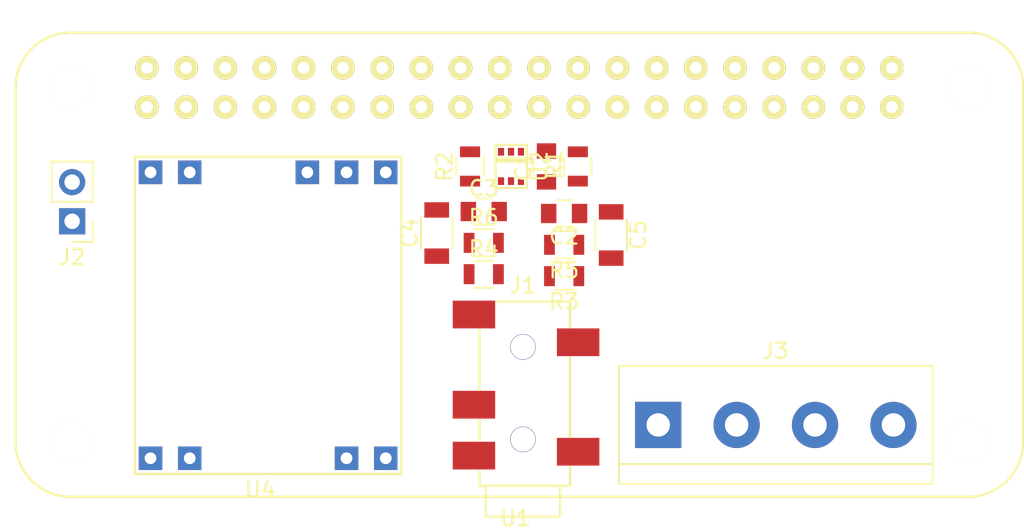
<source format=kicad_pcb>
(kicad_pcb (version 4) (host pcbnew 4.0.7-e2-6376~58~ubuntu16.04.1)

  (general
    (links 44)
    (no_connects 44)
    (area 150.241 104.267 242.601476 156.477)
    (thickness 1.6)
    (drawings 0)
    (tracks 0)
    (zones 0)
    (modules 17)
    (nets 45)
  )

  (page A4)
  (layers
    (0 F.Cu signal)
    (31 B.Cu signal)
    (32 B.Adhes user)
    (33 F.Adhes user)
    (34 B.Paste user)
    (35 F.Paste user)
    (36 B.SilkS user)
    (37 F.SilkS user)
    (38 B.Mask user)
    (39 F.Mask user)
    (40 Dwgs.User user)
    (41 Cmts.User user)
    (42 Eco1.User user)
    (43 Eco2.User user)
    (44 Edge.Cuts user)
    (45 Margin user)
    (46 B.CrtYd user)
    (47 F.CrtYd user)
    (48 B.Fab user)
    (49 F.Fab user)
  )

  (setup
    (last_trace_width 0.25)
    (trace_clearance 0.2)
    (zone_clearance 0.508)
    (zone_45_only no)
    (trace_min 0.2)
    (segment_width 0.2)
    (edge_width 0.15)
    (via_size 0.6)
    (via_drill 0.4)
    (via_min_size 0.4)
    (via_min_drill 0.3)
    (uvia_size 0.3)
    (uvia_drill 0.1)
    (uvias_allowed no)
    (uvia_min_size 0.2)
    (uvia_min_drill 0.1)
    (pcb_text_width 0.3)
    (pcb_text_size 1.5 1.5)
    (mod_edge_width 0.15)
    (mod_text_size 1 1)
    (mod_text_width 0.15)
    (pad_size 1.524 1.524)
    (pad_drill 0.762)
    (pad_to_mask_clearance 0.2)
    (aux_axis_origin 0 0)
    (visible_elements FFFFFF7F)
    (pcbplotparams
      (layerselection 0x00030_80000001)
      (usegerberextensions false)
      (excludeedgelayer true)
      (linewidth 0.100000)
      (plotframeref false)
      (viasonmask false)
      (mode 1)
      (useauxorigin false)
      (hpglpennumber 1)
      (hpglpenspeed 20)
      (hpglpendiameter 15)
      (hpglpenoverlay 2)
      (psnegative false)
      (psa4output false)
      (plotreference true)
      (plotvalue true)
      (plotinvisibletext false)
      (padsonsilk false)
      (subtractmaskfromsilk false)
      (outputformat 1)
      (mirror false)
      (drillshape 1)
      (scaleselection 1)
      (outputdirectory ""))
  )

  (net 0 "")
  (net 1 "Net-(C2-Pad1)")
  (net 2 "Net-(C3-Pad1)")
  (net 3 "Net-(R1-Pad2)")
  (net 4 "Net-(U1-Pad3)")
  (net 5 "Net-(U1-Pad4)")
  (net 6 "Net-(U1-Pad5)")
  (net 7 "Net-(U1-Pad7)")
  (net 8 "Net-(U1-Pad8)")
  (net 9 "Net-(U1-Pad10)")
  (net 10 "Net-(U1-Pad11)")
  (net 11 "Net-(U1-Pad13)")
  (net 12 "Net-(U1-Pad15)")
  (net 13 "Net-(U1-Pad16)")
  (net 14 "Net-(U1-Pad17)")
  (net 15 "Net-(U1-Pad18)")
  (net 16 "Net-(U1-Pad19)")
  (net 17 "Net-(U1-Pad21)")
  (net 18 "Net-(U1-Pad22)")
  (net 19 "Net-(U1-Pad23)")
  (net 20 "Net-(U1-Pad24)")
  (net 21 "Net-(U1-Pad26)")
  (net 22 "Net-(U1-Pad27)")
  (net 23 "Net-(U1-Pad28)")
  (net 24 "Net-(U1-Pad29)")
  (net 25 "Net-(U1-Pad31)")
  (net 26 "Net-(U1-Pad32)")
  (net 27 "Net-(U1-Pad35)")
  (net 28 "Net-(U1-Pad36)")
  (net 29 "Net-(U1-Pad37)")
  (net 30 "Net-(U1-Pad38)")
  (net 31 "Net-(U1-Pad40)")
  (net 32 /3V)
  (net 33 /GND)
  (net 34 /R)
  (net 35 /L)
  (net 36 "Net-(J2-Pad1)")
  (net 37 /5V)
  (net 38 "Net-(J3-Pad2)")
  (net 39 "Net-(J3-Pad3)")
  (net 40 "Net-(J3-Pad1)")
  (net 41 "Net-(J3-Pad4)")
  (net 42 "Net-(R2-Pad2)")
  (net 43 /PWM0)
  (net 44 /PWM1)

  (net_class Default "This is the default net class."
    (clearance 0.2)
    (trace_width 0.25)
    (via_dia 0.6)
    (via_drill 0.4)
    (uvia_dia 0.3)
    (uvia_drill 0.1)
    (add_net /3V)
    (add_net /5V)
    (add_net /GND)
    (add_net /L)
    (add_net /PWM0)
    (add_net /PWM1)
    (add_net /R)
    (add_net "Net-(C2-Pad1)")
    (add_net "Net-(C3-Pad1)")
    (add_net "Net-(J2-Pad1)")
    (add_net "Net-(J3-Pad1)")
    (add_net "Net-(J3-Pad2)")
    (add_net "Net-(J3-Pad3)")
    (add_net "Net-(J3-Pad4)")
    (add_net "Net-(R1-Pad2)")
    (add_net "Net-(R2-Pad2)")
    (add_net "Net-(U1-Pad10)")
    (add_net "Net-(U1-Pad11)")
    (add_net "Net-(U1-Pad13)")
    (add_net "Net-(U1-Pad15)")
    (add_net "Net-(U1-Pad16)")
    (add_net "Net-(U1-Pad17)")
    (add_net "Net-(U1-Pad18)")
    (add_net "Net-(U1-Pad19)")
    (add_net "Net-(U1-Pad21)")
    (add_net "Net-(U1-Pad22)")
    (add_net "Net-(U1-Pad23)")
    (add_net "Net-(U1-Pad24)")
    (add_net "Net-(U1-Pad26)")
    (add_net "Net-(U1-Pad27)")
    (add_net "Net-(U1-Pad28)")
    (add_net "Net-(U1-Pad29)")
    (add_net "Net-(U1-Pad3)")
    (add_net "Net-(U1-Pad31)")
    (add_net "Net-(U1-Pad32)")
    (add_net "Net-(U1-Pad35)")
    (add_net "Net-(U1-Pad36)")
    (add_net "Net-(U1-Pad37)")
    (add_net "Net-(U1-Pad38)")
    (add_net "Net-(U1-Pad4)")
    (add_net "Net-(U1-Pad40)")
    (add_net "Net-(U1-Pad5)")
    (add_net "Net-(U1-Pad7)")
    (add_net "Net-(U1-Pad8)")
  )

  (module Capacitors_SMD:C_0805 (layer F.Cu) (tedit 58AA8463) (tstamp 5A469A90)
    (at 184.912 115.189 90)
    (descr "Capacitor SMD 0805, reflow soldering, AVX (see smccp.pdf)")
    (tags "capacitor 0805")
    (path /5A4680D2)
    (attr smd)
    (fp_text reference C1 (at 0 -1.5 90) (layer F.SilkS)
      (effects (font (size 1 1) (thickness 0.15)))
    )
    (fp_text value 100n (at 0 1.75 90) (layer F.Fab)
      (effects (font (size 1 1) (thickness 0.15)))
    )
    (fp_text user %R (at 0 -1.5 90) (layer F.Fab)
      (effects (font (size 1 1) (thickness 0.15)))
    )
    (fp_line (start -1 0.62) (end -1 -0.62) (layer F.Fab) (width 0.1))
    (fp_line (start 1 0.62) (end -1 0.62) (layer F.Fab) (width 0.1))
    (fp_line (start 1 -0.62) (end 1 0.62) (layer F.Fab) (width 0.1))
    (fp_line (start -1 -0.62) (end 1 -0.62) (layer F.Fab) (width 0.1))
    (fp_line (start 0.5 -0.85) (end -0.5 -0.85) (layer F.SilkS) (width 0.12))
    (fp_line (start -0.5 0.85) (end 0.5 0.85) (layer F.SilkS) (width 0.12))
    (fp_line (start -1.75 -0.88) (end 1.75 -0.88) (layer F.CrtYd) (width 0.05))
    (fp_line (start -1.75 -0.88) (end -1.75 0.87) (layer F.CrtYd) (width 0.05))
    (fp_line (start 1.75 0.87) (end 1.75 -0.88) (layer F.CrtYd) (width 0.05))
    (fp_line (start 1.75 0.87) (end -1.75 0.87) (layer F.CrtYd) (width 0.05))
    (pad 1 smd rect (at -1 0 90) (size 1 1.25) (layers F.Cu F.Paste F.Mask)
      (net 32 /3V))
    (pad 2 smd rect (at 1 0 90) (size 1 1.25) (layers F.Cu F.Paste F.Mask)
      (net 33 /GND))
    (model Capacitors_SMD.3dshapes/C_0805.wrl
      (at (xyz 0 0 0))
      (scale (xyz 1 1 1))
      (rotate (xyz 0 0 0))
    )
  )

  (module Capacitors_SMD:C_0805 (layer F.Cu) (tedit 58AA8463) (tstamp 5A469AA1)
    (at 186.055 118.237 180)
    (descr "Capacitor SMD 0805, reflow soldering, AVX (see smccp.pdf)")
    (tags "capacitor 0805")
    (path /5A468581)
    (attr smd)
    (fp_text reference C2 (at 0 -1.5 180) (layer F.SilkS)
      (effects (font (size 1 1) (thickness 0.15)))
    )
    (fp_text value 100n (at 0 1.75 180) (layer F.Fab)
      (effects (font (size 1 1) (thickness 0.15)))
    )
    (fp_text user %R (at 0 -1.5 180) (layer F.Fab)
      (effects (font (size 1 1) (thickness 0.15)))
    )
    (fp_line (start -1 0.62) (end -1 -0.62) (layer F.Fab) (width 0.1))
    (fp_line (start 1 0.62) (end -1 0.62) (layer F.Fab) (width 0.1))
    (fp_line (start 1 -0.62) (end 1 0.62) (layer F.Fab) (width 0.1))
    (fp_line (start -1 -0.62) (end 1 -0.62) (layer F.Fab) (width 0.1))
    (fp_line (start 0.5 -0.85) (end -0.5 -0.85) (layer F.SilkS) (width 0.12))
    (fp_line (start -0.5 0.85) (end 0.5 0.85) (layer F.SilkS) (width 0.12))
    (fp_line (start -1.75 -0.88) (end 1.75 -0.88) (layer F.CrtYd) (width 0.05))
    (fp_line (start -1.75 -0.88) (end -1.75 0.87) (layer F.CrtYd) (width 0.05))
    (fp_line (start 1.75 0.87) (end 1.75 -0.88) (layer F.CrtYd) (width 0.05))
    (fp_line (start 1.75 0.87) (end -1.75 0.87) (layer F.CrtYd) (width 0.05))
    (pad 1 smd rect (at -1 0 180) (size 1 1.25) (layers F.Cu F.Paste F.Mask)
      (net 1 "Net-(C2-Pad1)"))
    (pad 2 smd rect (at 1 0 180) (size 1 1.25) (layers F.Cu F.Paste F.Mask)
      (net 33 /GND))
    (model Capacitors_SMD.3dshapes/C_0805.wrl
      (at (xyz 0 0 0))
      (scale (xyz 1 1 1))
      (rotate (xyz 0 0 0))
    )
  )

  (module Capacitors_SMD:C_0805 (layer F.Cu) (tedit 58AA8463) (tstamp 5A469AB2)
    (at 180.848 118.11)
    (descr "Capacitor SMD 0805, reflow soldering, AVX (see smccp.pdf)")
    (tags "capacitor 0805")
    (path /5A468649)
    (attr smd)
    (fp_text reference C3 (at 0 -1.5) (layer F.SilkS)
      (effects (font (size 1 1) (thickness 0.15)))
    )
    (fp_text value 100n (at 0 1.75) (layer F.Fab)
      (effects (font (size 1 1) (thickness 0.15)))
    )
    (fp_text user %R (at 0 -1.5) (layer F.Fab)
      (effects (font (size 1 1) (thickness 0.15)))
    )
    (fp_line (start -1 0.62) (end -1 -0.62) (layer F.Fab) (width 0.1))
    (fp_line (start 1 0.62) (end -1 0.62) (layer F.Fab) (width 0.1))
    (fp_line (start 1 -0.62) (end 1 0.62) (layer F.Fab) (width 0.1))
    (fp_line (start -1 -0.62) (end 1 -0.62) (layer F.Fab) (width 0.1))
    (fp_line (start 0.5 -0.85) (end -0.5 -0.85) (layer F.SilkS) (width 0.12))
    (fp_line (start -0.5 0.85) (end 0.5 0.85) (layer F.SilkS) (width 0.12))
    (fp_line (start -1.75 -0.88) (end 1.75 -0.88) (layer F.CrtYd) (width 0.05))
    (fp_line (start -1.75 -0.88) (end -1.75 0.87) (layer F.CrtYd) (width 0.05))
    (fp_line (start 1.75 0.87) (end 1.75 -0.88) (layer F.CrtYd) (width 0.05))
    (fp_line (start 1.75 0.87) (end -1.75 0.87) (layer F.CrtYd) (width 0.05))
    (pad 1 smd rect (at -1 0) (size 1 1.25) (layers F.Cu F.Paste F.Mask)
      (net 2 "Net-(C3-Pad1)"))
    (pad 2 smd rect (at 1 0) (size 1 1.25) (layers F.Cu F.Paste F.Mask)
      (net 33 /GND))
    (model Capacitors_SMD.3dshapes/C_0805.wrl
      (at (xyz 0 0 0))
      (scale (xyz 1 1 1))
      (rotate (xyz 0 0 0))
    )
  )

  (module Capacitors_SMD:C_1206 (layer F.Cu) (tedit 58AA84B8) (tstamp 5A469AC3)
    (at 177.8 119.507 90)
    (descr "Capacitor SMD 1206, reflow soldering, AVX (see smccp.pdf)")
    (tags "capacitor 1206")
    (path /5A4687E5)
    (attr smd)
    (fp_text reference C4 (at 0 -1.75 90) (layer F.SilkS)
      (effects (font (size 1 1) (thickness 0.15)))
    )
    (fp_text value 47u (at 0 2 90) (layer F.Fab)
      (effects (font (size 1 1) (thickness 0.15)))
    )
    (fp_text user %R (at 0 -1.75 90) (layer F.Fab)
      (effects (font (size 1 1) (thickness 0.15)))
    )
    (fp_line (start -1.6 0.8) (end -1.6 -0.8) (layer F.Fab) (width 0.1))
    (fp_line (start 1.6 0.8) (end -1.6 0.8) (layer F.Fab) (width 0.1))
    (fp_line (start 1.6 -0.8) (end 1.6 0.8) (layer F.Fab) (width 0.1))
    (fp_line (start -1.6 -0.8) (end 1.6 -0.8) (layer F.Fab) (width 0.1))
    (fp_line (start 1 -1.02) (end -1 -1.02) (layer F.SilkS) (width 0.12))
    (fp_line (start -1 1.02) (end 1 1.02) (layer F.SilkS) (width 0.12))
    (fp_line (start -2.25 -1.05) (end 2.25 -1.05) (layer F.CrtYd) (width 0.05))
    (fp_line (start -2.25 -1.05) (end -2.25 1.05) (layer F.CrtYd) (width 0.05))
    (fp_line (start 2.25 1.05) (end 2.25 -1.05) (layer F.CrtYd) (width 0.05))
    (fp_line (start 2.25 1.05) (end -2.25 1.05) (layer F.CrtYd) (width 0.05))
    (pad 1 smd rect (at -1.5 0 90) (size 1 1.6) (layers F.Cu F.Paste F.Mask)
      (net 34 /R))
    (pad 2 smd rect (at 1.5 0 90) (size 1 1.6) (layers F.Cu F.Paste F.Mask)
      (net 2 "Net-(C3-Pad1)"))
    (model Capacitors_SMD.3dshapes/C_1206.wrl
      (at (xyz 0 0 0))
      (scale (xyz 1 1 1))
      (rotate (xyz 0 0 0))
    )
  )

  (module Capacitors_SMD:C_1206 (layer F.Cu) (tedit 58AA84B8) (tstamp 5A469AD4)
    (at 189.103 119.634 270)
    (descr "Capacitor SMD 1206, reflow soldering, AVX (see smccp.pdf)")
    (tags "capacitor 1206")
    (path /5A46878C)
    (attr smd)
    (fp_text reference C5 (at 0 -1.75 270) (layer F.SilkS)
      (effects (font (size 1 1) (thickness 0.15)))
    )
    (fp_text value 47u (at 0 2 270) (layer F.Fab)
      (effects (font (size 1 1) (thickness 0.15)))
    )
    (fp_text user %R (at 0 -1.75 270) (layer F.Fab)
      (effects (font (size 1 1) (thickness 0.15)))
    )
    (fp_line (start -1.6 0.8) (end -1.6 -0.8) (layer F.Fab) (width 0.1))
    (fp_line (start 1.6 0.8) (end -1.6 0.8) (layer F.Fab) (width 0.1))
    (fp_line (start 1.6 -0.8) (end 1.6 0.8) (layer F.Fab) (width 0.1))
    (fp_line (start -1.6 -0.8) (end 1.6 -0.8) (layer F.Fab) (width 0.1))
    (fp_line (start 1 -1.02) (end -1 -1.02) (layer F.SilkS) (width 0.12))
    (fp_line (start -1 1.02) (end 1 1.02) (layer F.SilkS) (width 0.12))
    (fp_line (start -2.25 -1.05) (end 2.25 -1.05) (layer F.CrtYd) (width 0.05))
    (fp_line (start -2.25 -1.05) (end -2.25 1.05) (layer F.CrtYd) (width 0.05))
    (fp_line (start 2.25 1.05) (end 2.25 -1.05) (layer F.CrtYd) (width 0.05))
    (fp_line (start 2.25 1.05) (end -2.25 1.05) (layer F.CrtYd) (width 0.05))
    (pad 1 smd rect (at -1.5 0 270) (size 1 1.6) (layers F.Cu F.Paste F.Mask)
      (net 35 /L))
    (pad 2 smd rect (at 1.5 0 270) (size 1 1.6) (layers F.Cu F.Paste F.Mask)
      (net 1 "Net-(C2-Pad1)"))
    (model Capacitors_SMD.3dshapes/C_1206.wrl
      (at (xyz 0 0 0))
      (scale (xyz 1 1 1))
      (rotate (xyz 0 0 0))
    )
  )

  (module custom:SMT_3.5mm_Stereo_jack_5_pin (layer F.Cu) (tedit 58BDEBD5) (tstamp 5A469AEA)
    (at 183.388 135.89 90)
    (path /5A469477)
    (fp_text reference J1 (at 12.9794 0 180) (layer F.SilkS)
      (effects (font (size 1 1) (thickness 0.15)))
    )
    (fp_text value Conn_01x05 (at 5.6134 -5.715 90) (layer F.Fab)
      (effects (font (size 1 1) (thickness 0.15)))
    )
    (fp_line (start 0 -2.413) (end -2.0066 -2.413) (layer F.SilkS) (width 0.15))
    (fp_line (start -2.0066 -2.413) (end -2.0066 2.413) (layer F.SilkS) (width 0.15))
    (fp_line (start -2.0066 2.413) (end 0 2.413) (layer F.SilkS) (width 0.15))
    (fp_line (start 0 3.048) (end 0 -2.8194) (layer F.SilkS) (width 0.15))
    (fp_line (start 6.223 -2.8194) (end 10.1092 -2.8194) (layer F.SilkS) (width 0.15))
    (fp_line (start 2.921 -2.8194) (end 4.2672 -2.8194) (layer F.SilkS) (width 0.15))
    (fp_line (start 0 -2.8194) (end 0.9398 -2.8194) (layer F.SilkS) (width 0.15))
    (fp_line (start 1.2192 3.048) (end 0 3.048) (layer F.SilkS) (width 0.15))
    (fp_line (start 8.3058 3.048) (end 3.175 3.048) (layer F.SilkS) (width 0.15))
    (fp_line (start 11.938 -1.7272) (end 11.938 3.048) (layer F.SilkS) (width 0.15))
    (fp_line (start 11.938 3.048) (end 10.287 3.048) (layer F.SilkS) (width 0.15))
    (pad 1 smd rect (at 1.95 -3.175 90) (size 1.8 2.75) (layers F.Cu F.Paste F.Mask)
      (net 33 /GND))
    (pad 3 smd rect (at 5.25 -3.175 90) (size 1.8 2.75) (layers F.Cu F.Paste F.Mask)
      (net 34 /R))
    (pad 5 smd rect (at 11.1 -3.175 90) (size 1.8 2.75) (layers F.Cu F.Paste F.Mask)
      (net 35 /L))
    (pad 4 smd rect (at 2.2 3.575 90) (size 1.8 2.75) (layers F.Cu F.Paste F.Mask)
      (net 33 /GND))
    (pad 2 smd rect (at 9.3 3.575 90) (size 1.8 2.75) (layers F.Cu F.Paste F.Mask)
      (net 35 /L))
    (pad "" np_thru_hole circle (at 3 0 90) (size 1.65 1.65) (drill 1.6) (layers *.Cu *.Mask))
    (pad "" np_thru_hole circle (at 9 0 90) (size 1.65 1.65) (drill 1.6) (layers *.Cu *.Mask))
  )

  (module Pin_Headers:Pin_Header_Straight_1x02_Pitch2.54mm (layer F.Cu) (tedit 59650532) (tstamp 5A469B00)
    (at 154.178 118.745 180)
    (descr "Through hole straight pin header, 1x02, 2.54mm pitch, single row")
    (tags "Through hole pin header THT 1x02 2.54mm single row")
    (path /5A469A8E)
    (fp_text reference J2 (at 0 -2.33 180) (layer F.SilkS)
      (effects (font (size 1 1) (thickness 0.15)))
    )
    (fp_text value Conn_01x02 (at 0 4.87 180) (layer F.Fab)
      (effects (font (size 1 1) (thickness 0.15)))
    )
    (fp_line (start -0.635 -1.27) (end 1.27 -1.27) (layer F.Fab) (width 0.1))
    (fp_line (start 1.27 -1.27) (end 1.27 3.81) (layer F.Fab) (width 0.1))
    (fp_line (start 1.27 3.81) (end -1.27 3.81) (layer F.Fab) (width 0.1))
    (fp_line (start -1.27 3.81) (end -1.27 -0.635) (layer F.Fab) (width 0.1))
    (fp_line (start -1.27 -0.635) (end -0.635 -1.27) (layer F.Fab) (width 0.1))
    (fp_line (start -1.33 3.87) (end 1.33 3.87) (layer F.SilkS) (width 0.12))
    (fp_line (start -1.33 1.27) (end -1.33 3.87) (layer F.SilkS) (width 0.12))
    (fp_line (start 1.33 1.27) (end 1.33 3.87) (layer F.SilkS) (width 0.12))
    (fp_line (start -1.33 1.27) (end 1.33 1.27) (layer F.SilkS) (width 0.12))
    (fp_line (start -1.33 0) (end -1.33 -1.33) (layer F.SilkS) (width 0.12))
    (fp_line (start -1.33 -1.33) (end 0 -1.33) (layer F.SilkS) (width 0.12))
    (fp_line (start -1.8 -1.8) (end -1.8 4.35) (layer F.CrtYd) (width 0.05))
    (fp_line (start -1.8 4.35) (end 1.8 4.35) (layer F.CrtYd) (width 0.05))
    (fp_line (start 1.8 4.35) (end 1.8 -1.8) (layer F.CrtYd) (width 0.05))
    (fp_line (start 1.8 -1.8) (end -1.8 -1.8) (layer F.CrtYd) (width 0.05))
    (fp_text user %R (at 0 1.27 270) (layer F.Fab)
      (effects (font (size 1 1) (thickness 0.15)))
    )
    (pad 1 thru_hole rect (at 0 0 180) (size 1.7 1.7) (drill 1) (layers *.Cu *.Mask)
      (net 36 "Net-(J2-Pad1)"))
    (pad 2 thru_hole oval (at 0 2.54 180) (size 1.7 1.7) (drill 1) (layers *.Cu *.Mask)
      (net 37 /5V))
    (model ${KISYS3DMOD}/Pin_Headers.3dshapes/Pin_Header_Straight_1x02_Pitch2.54mm.wrl
      (at (xyz 0 0 0))
      (scale (xyz 1 1 1))
      (rotate (xyz 0 0 0))
    )
  )

  (module Terminal_Blocks:TerminalBlock_bornier-4_P5.08mm (layer F.Cu) (tedit 59FF03D1) (tstamp 5A469B18)
    (at 192.151 131.953)
    (descr "simple 4-pin terminal block, pitch 5.08mm, revamped version of bornier4")
    (tags "terminal block bornier4")
    (path /5A46A55C)
    (fp_text reference J3 (at 7.6 -4.8) (layer F.SilkS)
      (effects (font (size 1 1) (thickness 0.15)))
    )
    (fp_text value Conn_01x04 (at 7.6 4.75) (layer F.Fab)
      (effects (font (size 1 1) (thickness 0.15)))
    )
    (fp_text user %R (at 7.62 0) (layer F.Fab)
      (effects (font (size 1 1) (thickness 0.15)))
    )
    (fp_line (start -2.48 2.55) (end 17.72 2.55) (layer F.Fab) (width 0.1))
    (fp_line (start -2.43 3.75) (end -2.48 3.75) (layer F.Fab) (width 0.1))
    (fp_line (start -2.48 3.75) (end -2.48 -3.75) (layer F.Fab) (width 0.1))
    (fp_line (start -2.48 -3.75) (end 17.72 -3.75) (layer F.Fab) (width 0.1))
    (fp_line (start 17.72 -3.75) (end 17.72 3.75) (layer F.Fab) (width 0.1))
    (fp_line (start 17.72 3.75) (end -2.43 3.75) (layer F.Fab) (width 0.1))
    (fp_line (start -2.54 -3.81) (end -2.54 3.81) (layer F.SilkS) (width 0.12))
    (fp_line (start 17.78 3.81) (end 17.78 -3.81) (layer F.SilkS) (width 0.12))
    (fp_line (start 17.78 2.54) (end -2.54 2.54) (layer F.SilkS) (width 0.12))
    (fp_line (start -2.54 -3.81) (end 17.78 -3.81) (layer F.SilkS) (width 0.12))
    (fp_line (start -2.54 3.81) (end 17.78 3.81) (layer F.SilkS) (width 0.12))
    (fp_line (start -2.73 -4) (end 17.97 -4) (layer F.CrtYd) (width 0.05))
    (fp_line (start -2.73 -4) (end -2.73 4) (layer F.CrtYd) (width 0.05))
    (fp_line (start 17.97 4) (end 17.97 -4) (layer F.CrtYd) (width 0.05))
    (fp_line (start 17.97 4) (end -2.73 4) (layer F.CrtYd) (width 0.05))
    (pad 2 thru_hole circle (at 5.08 0) (size 3 3) (drill 1.52) (layers *.Cu *.Mask)
      (net 38 "Net-(J3-Pad2)"))
    (pad 3 thru_hole circle (at 10.16 0) (size 3 3) (drill 1.52) (layers *.Cu *.Mask)
      (net 39 "Net-(J3-Pad3)"))
    (pad 1 thru_hole rect (at 0 0) (size 3 3) (drill 1.52) (layers *.Cu *.Mask)
      (net 40 "Net-(J3-Pad1)"))
    (pad 4 thru_hole circle (at 15.24 0) (size 3 3) (drill 1.52) (layers *.Cu *.Mask)
      (net 41 "Net-(J3-Pad4)"))
    (model ${KISYS3DMOD}/Terminal_Blocks.3dshapes/TerminalBlock_bornier-4_P5.08mm.wrl
      (at (xyz 0.3 0 0))
      (scale (xyz 1 1 1))
      (rotate (xyz 0 0 0))
    )
  )

  (module Resistors_SMD:R_0805 (layer F.Cu) (tedit 5A469B22) (tstamp 5A469B29)
    (at 186.944 115.189 90)
    (descr "Resistor SMD 0805, reflow soldering, Vishay (see dcrcw.pdf)")
    (tags "resistor 0805")
    (path /5A46828B)
    (attr smd)
    (fp_text reference R1 (at 0.127 -1.524 90) (layer F.SilkS)
      (effects (font (size 1 1) (thickness 0.15)))
    )
    (fp_text value 220R (at 0 1.75 90) (layer F.Fab)
      (effects (font (size 1 1) (thickness 0.15)))
    )
    (fp_text user %R (at 0 0 90) (layer F.Fab)
      (effects (font (size 0.5 0.5) (thickness 0.075)))
    )
    (fp_line (start -1 0.62) (end -1 -0.62) (layer F.Fab) (width 0.1))
    (fp_line (start 1 0.62) (end -1 0.62) (layer F.Fab) (width 0.1))
    (fp_line (start 1 -0.62) (end 1 0.62) (layer F.Fab) (width 0.1))
    (fp_line (start -1 -0.62) (end 1 -0.62) (layer F.Fab) (width 0.1))
    (fp_line (start 0.6 0.88) (end -0.6 0.88) (layer F.SilkS) (width 0.12))
    (fp_line (start -0.6 -0.88) (end 0.6 -0.88) (layer F.SilkS) (width 0.12))
    (fp_line (start -1.55 -0.9) (end 1.55 -0.9) (layer F.CrtYd) (width 0.05))
    (fp_line (start -1.55 -0.9) (end -1.55 0.9) (layer F.CrtYd) (width 0.05))
    (fp_line (start 1.55 0.9) (end 1.55 -0.9) (layer F.CrtYd) (width 0.05))
    (fp_line (start 1.55 0.9) (end -1.55 0.9) (layer F.CrtYd) (width 0.05))
    (pad 1 smd rect (at -0.95 0 90) (size 0.7 1.3) (layers F.Cu F.Paste F.Mask)
      (net 1 "Net-(C2-Pad1)"))
    (pad 2 smd rect (at 0.95 0 90) (size 0.7 1.3) (layers F.Cu F.Paste F.Mask)
      (net 3 "Net-(R1-Pad2)"))
    (model ${KISYS3DMOD}/Resistors_SMD.3dshapes/R_0805.wrl
      (at (xyz 0 0 0))
      (scale (xyz 1 1 1))
      (rotate (xyz 0 0 0))
    )
  )

  (module Resistors_SMD:R_0805 (layer F.Cu) (tedit 58E0A804) (tstamp 5A469B3A)
    (at 179.959 115.189 90)
    (descr "Resistor SMD 0805, reflow soldering, Vishay (see dcrcw.pdf)")
    (tags "resistor 0805")
    (path /5A4682F3)
    (attr smd)
    (fp_text reference R2 (at 0 -1.65 90) (layer F.SilkS)
      (effects (font (size 1 1) (thickness 0.15)))
    )
    (fp_text value 220R (at 0 1.75 90) (layer F.Fab)
      (effects (font (size 1 1) (thickness 0.15)))
    )
    (fp_text user %R (at 0 0 90) (layer F.Fab)
      (effects (font (size 0.5 0.5) (thickness 0.075)))
    )
    (fp_line (start -1 0.62) (end -1 -0.62) (layer F.Fab) (width 0.1))
    (fp_line (start 1 0.62) (end -1 0.62) (layer F.Fab) (width 0.1))
    (fp_line (start 1 -0.62) (end 1 0.62) (layer F.Fab) (width 0.1))
    (fp_line (start -1 -0.62) (end 1 -0.62) (layer F.Fab) (width 0.1))
    (fp_line (start 0.6 0.88) (end -0.6 0.88) (layer F.SilkS) (width 0.12))
    (fp_line (start -0.6 -0.88) (end 0.6 -0.88) (layer F.SilkS) (width 0.12))
    (fp_line (start -1.55 -0.9) (end 1.55 -0.9) (layer F.CrtYd) (width 0.05))
    (fp_line (start -1.55 -0.9) (end -1.55 0.9) (layer F.CrtYd) (width 0.05))
    (fp_line (start 1.55 0.9) (end 1.55 -0.9) (layer F.CrtYd) (width 0.05))
    (fp_line (start 1.55 0.9) (end -1.55 0.9) (layer F.CrtYd) (width 0.05))
    (pad 1 smd rect (at -0.95 0 90) (size 0.7 1.3) (layers F.Cu F.Paste F.Mask)
      (net 2 "Net-(C3-Pad1)"))
    (pad 2 smd rect (at 0.95 0 90) (size 0.7 1.3) (layers F.Cu F.Paste F.Mask)
      (net 42 "Net-(R2-Pad2)"))
    (model ${KISYS3DMOD}/Resistors_SMD.3dshapes/R_0805.wrl
      (at (xyz 0 0 0))
      (scale (xyz 1 1 1))
      (rotate (xyz 0 0 0))
    )
  )

  (module Resistors_SMD:R_0805 (layer F.Cu) (tedit 58E0A804) (tstamp 5A469B4B)
    (at 186.055 122.301 180)
    (descr "Resistor SMD 0805, reflow soldering, Vishay (see dcrcw.pdf)")
    (tags "resistor 0805")
    (path /5A4686C0)
    (attr smd)
    (fp_text reference R3 (at 0 -1.65 180) (layer F.SilkS)
      (effects (font (size 1 1) (thickness 0.15)))
    )
    (fp_text value 100R (at 0 1.75 180) (layer F.Fab)
      (effects (font (size 1 1) (thickness 0.15)))
    )
    (fp_text user %R (at 0 0 180) (layer F.Fab)
      (effects (font (size 0.5 0.5) (thickness 0.075)))
    )
    (fp_line (start -1 0.62) (end -1 -0.62) (layer F.Fab) (width 0.1))
    (fp_line (start 1 0.62) (end -1 0.62) (layer F.Fab) (width 0.1))
    (fp_line (start 1 -0.62) (end 1 0.62) (layer F.Fab) (width 0.1))
    (fp_line (start -1 -0.62) (end 1 -0.62) (layer F.Fab) (width 0.1))
    (fp_line (start 0.6 0.88) (end -0.6 0.88) (layer F.SilkS) (width 0.12))
    (fp_line (start -0.6 -0.88) (end 0.6 -0.88) (layer F.SilkS) (width 0.12))
    (fp_line (start -1.55 -0.9) (end 1.55 -0.9) (layer F.CrtYd) (width 0.05))
    (fp_line (start -1.55 -0.9) (end -1.55 0.9) (layer F.CrtYd) (width 0.05))
    (fp_line (start 1.55 0.9) (end 1.55 -0.9) (layer F.CrtYd) (width 0.05))
    (fp_line (start 1.55 0.9) (end -1.55 0.9) (layer F.CrtYd) (width 0.05))
    (pad 1 smd rect (at -0.95 0 180) (size 0.7 1.3) (layers F.Cu F.Paste F.Mask)
      (net 1 "Net-(C2-Pad1)"))
    (pad 2 smd rect (at 0.95 0 180) (size 0.7 1.3) (layers F.Cu F.Paste F.Mask)
      (net 33 /GND))
    (model ${KISYS3DMOD}/Resistors_SMD.3dshapes/R_0805.wrl
      (at (xyz 0 0 0))
      (scale (xyz 1 1 1))
      (rotate (xyz 0 0 0))
    )
  )

  (module Resistors_SMD:R_0805 (layer F.Cu) (tedit 58E0A804) (tstamp 5A469B5C)
    (at 180.848 122.174)
    (descr "Resistor SMD 0805, reflow soldering, Vishay (see dcrcw.pdf)")
    (tags "resistor 0805")
    (path /5A468733)
    (attr smd)
    (fp_text reference R4 (at 0 -1.65) (layer F.SilkS)
      (effects (font (size 1 1) (thickness 0.15)))
    )
    (fp_text value 100R (at 0 1.75) (layer F.Fab)
      (effects (font (size 1 1) (thickness 0.15)))
    )
    (fp_text user %R (at 0 0) (layer F.Fab)
      (effects (font (size 0.5 0.5) (thickness 0.075)))
    )
    (fp_line (start -1 0.62) (end -1 -0.62) (layer F.Fab) (width 0.1))
    (fp_line (start 1 0.62) (end -1 0.62) (layer F.Fab) (width 0.1))
    (fp_line (start 1 -0.62) (end 1 0.62) (layer F.Fab) (width 0.1))
    (fp_line (start -1 -0.62) (end 1 -0.62) (layer F.Fab) (width 0.1))
    (fp_line (start 0.6 0.88) (end -0.6 0.88) (layer F.SilkS) (width 0.12))
    (fp_line (start -0.6 -0.88) (end 0.6 -0.88) (layer F.SilkS) (width 0.12))
    (fp_line (start -1.55 -0.9) (end 1.55 -0.9) (layer F.CrtYd) (width 0.05))
    (fp_line (start -1.55 -0.9) (end -1.55 0.9) (layer F.CrtYd) (width 0.05))
    (fp_line (start 1.55 0.9) (end 1.55 -0.9) (layer F.CrtYd) (width 0.05))
    (fp_line (start 1.55 0.9) (end -1.55 0.9) (layer F.CrtYd) (width 0.05))
    (pad 1 smd rect (at -0.95 0) (size 0.7 1.3) (layers F.Cu F.Paste F.Mask)
      (net 2 "Net-(C3-Pad1)"))
    (pad 2 smd rect (at 0.95 0) (size 0.7 1.3) (layers F.Cu F.Paste F.Mask)
      (net 33 /GND))
    (model ${KISYS3DMOD}/Resistors_SMD.3dshapes/R_0805.wrl
      (at (xyz 0 0 0))
      (scale (xyz 1 1 1))
      (rotate (xyz 0 0 0))
    )
  )

  (module Resistors_SMD:R_0805 (layer F.Cu) (tedit 5A469C05) (tstamp 5A469B6D)
    (at 186.055 120.269 180)
    (descr "Resistor SMD 0805, reflow soldering, Vishay (see dcrcw.pdf)")
    (tags "resistor 0805")
    (path /5A468877)
    (attr smd)
    (fp_text reference R5 (at 0 -1.65 180) (layer F.SilkS)
      (effects (font (size 1 1) (thickness 0.15)))
    )
    (fp_text value 1.8k (at -3.429 2.032 180) (layer F.Fab)
      (effects (font (size 1 1) (thickness 0.15)))
    )
    (fp_text user %R (at 0 0 180) (layer F.Fab)
      (effects (font (size 0.5 0.5) (thickness 0.075)))
    )
    (fp_line (start -1 0.62) (end -1 -0.62) (layer F.Fab) (width 0.1))
    (fp_line (start 1 0.62) (end -1 0.62) (layer F.Fab) (width 0.1))
    (fp_line (start 1 -0.62) (end 1 0.62) (layer F.Fab) (width 0.1))
    (fp_line (start -1 -0.62) (end 1 -0.62) (layer F.Fab) (width 0.1))
    (fp_line (start 0.6 0.88) (end -0.6 0.88) (layer F.SilkS) (width 0.12))
    (fp_line (start -0.6 -0.88) (end 0.6 -0.88) (layer F.SilkS) (width 0.12))
    (fp_line (start -1.55 -0.9) (end 1.55 -0.9) (layer F.CrtYd) (width 0.05))
    (fp_line (start -1.55 -0.9) (end -1.55 0.9) (layer F.CrtYd) (width 0.05))
    (fp_line (start 1.55 0.9) (end 1.55 -0.9) (layer F.CrtYd) (width 0.05))
    (fp_line (start 1.55 0.9) (end -1.55 0.9) (layer F.CrtYd) (width 0.05))
    (pad 1 smd rect (at -0.95 0 180) (size 0.7 1.3) (layers F.Cu F.Paste F.Mask)
      (net 35 /L))
    (pad 2 smd rect (at 0.95 0 180) (size 0.7 1.3) (layers F.Cu F.Paste F.Mask)
      (net 33 /GND))
    (model ${KISYS3DMOD}/Resistors_SMD.3dshapes/R_0805.wrl
      (at (xyz 0 0 0))
      (scale (xyz 1 1 1))
      (rotate (xyz 0 0 0))
    )
  )

  (module Resistors_SMD:R_0805 (layer F.Cu) (tedit 58E0A804) (tstamp 5A469B7E)
    (at 180.848 120.142)
    (descr "Resistor SMD 0805, reflow soldering, Vishay (see dcrcw.pdf)")
    (tags "resistor 0805")
    (path /5A468824)
    (attr smd)
    (fp_text reference R6 (at 0 -1.65) (layer F.SilkS)
      (effects (font (size 1 1) (thickness 0.15)))
    )
    (fp_text value 1.8k (at 0 1.75) (layer F.Fab)
      (effects (font (size 1 1) (thickness 0.15)))
    )
    (fp_text user %R (at 0 0) (layer F.Fab)
      (effects (font (size 0.5 0.5) (thickness 0.075)))
    )
    (fp_line (start -1 0.62) (end -1 -0.62) (layer F.Fab) (width 0.1))
    (fp_line (start 1 0.62) (end -1 0.62) (layer F.Fab) (width 0.1))
    (fp_line (start 1 -0.62) (end 1 0.62) (layer F.Fab) (width 0.1))
    (fp_line (start -1 -0.62) (end 1 -0.62) (layer F.Fab) (width 0.1))
    (fp_line (start 0.6 0.88) (end -0.6 0.88) (layer F.SilkS) (width 0.12))
    (fp_line (start -0.6 -0.88) (end 0.6 -0.88) (layer F.SilkS) (width 0.12))
    (fp_line (start -1.55 -0.9) (end 1.55 -0.9) (layer F.CrtYd) (width 0.05))
    (fp_line (start -1.55 -0.9) (end -1.55 0.9) (layer F.CrtYd) (width 0.05))
    (fp_line (start 1.55 0.9) (end 1.55 -0.9) (layer F.CrtYd) (width 0.05))
    (fp_line (start 1.55 0.9) (end -1.55 0.9) (layer F.CrtYd) (width 0.05))
    (pad 1 smd rect (at -0.95 0) (size 0.7 1.3) (layers F.Cu F.Paste F.Mask)
      (net 34 /R))
    (pad 2 smd rect (at 0.95 0) (size 0.7 1.3) (layers F.Cu F.Paste F.Mask)
      (net 33 /GND))
    (model ${KISYS3DMOD}/Resistors_SMD.3dshapes/R_0805.wrl
      (at (xyz 0 0 0))
      (scale (xyz 1 1 1))
      (rotate (xyz 0 0 0))
    )
  )

  (module custom:Pi_Zero locked (layer F.Cu) (tedit 58B8AFD7) (tstamp 5A469BB9)
    (at 183.155001 119.72)
    (path /58B898D0)
    (fp_text reference U1 (at -0.254 18.288) (layer F.SilkS)
      (effects (font (size 1 1) (thickness 0.15)))
    )
    (fp_text value PiZero (at 0 -14.478) (layer F.Fab)
      (effects (font (size 1 1) (thickness 0.15)))
    )
    (fp_line (start 29.21 -13.208) (end 29.083 -13.208) (layer F.SilkS) (width 0.15))
    (fp_line (start 32.639 13.208) (end 32.639 -9.525) (layer F.SilkS) (width 0.15))
    (fp_line (start 29.21 16.891) (end 29.083 16.891) (layer F.SilkS) (width 0.15))
    (fp_arc (start 29.083 13.335) (end 32.639 13.208) (angle 90) (layer F.SilkS) (width 0.15))
    (fp_arc (start 29.083 -9.652) (end 29.21 -13.208) (angle 90) (layer F.SilkS) (width 0.15))
    (fp_line (start 29.083 -13.208) (end 28.956 -13.208) (layer F.SilkS) (width 0.15))
    (fp_arc (start -29.083 -9.652) (end -32.639 -9.652) (angle 90) (layer F.SilkS) (width 0.15))
    (fp_arc (start -29.083 13.335) (end -29.083 16.891) (angle 90) (layer F.SilkS) (width 0.15))
    (fp_line (start -32.639 13.335) (end -32.639 -9.652) (layer F.SilkS) (width 0.15))
    (fp_line (start 29.083 16.891) (end -29.083 16.891) (layer F.SilkS) (width 0.15))
    (fp_line (start -29.083 -13.208) (end 28.956 -13.208) (layer F.SilkS) (width 0.15))
    (pad 1 thru_hole circle (at -24.13 -8.382) (size 1.524 1.524) (drill 0.762) (layers *.Cu *.Mask F.SilkS)
      (net 32 /3V))
    (pad 2 thru_hole circle (at -24.13 -10.922) (size 1.524 1.524) (drill 0.762) (layers *.Cu *.Mask F.SilkS)
      (net 37 /5V))
    (pad 3 thru_hole circle (at -21.59 -8.382) (size 1.524 1.524) (drill 0.762) (layers *.Cu *.Mask F.SilkS)
      (net 4 "Net-(U1-Pad3)"))
    (pad 4 thru_hole circle (at -21.59 -10.922) (size 1.524 1.524) (drill 0.762) (layers *.Cu *.Mask F.SilkS)
      (net 5 "Net-(U1-Pad4)"))
    (pad 5 thru_hole circle (at -19.05 -8.382) (size 1.524 1.524) (drill 0.762) (layers *.Cu *.Mask F.SilkS)
      (net 6 "Net-(U1-Pad5)"))
    (pad 6 thru_hole circle (at -19.05 -10.922) (size 1.524 1.524) (drill 0.762) (layers *.Cu *.Mask F.SilkS)
      (net 33 /GND))
    (pad 7 thru_hole circle (at -16.51 -8.382) (size 1.524 1.524) (drill 0.762) (layers *.Cu *.Mask F.SilkS)
      (net 7 "Net-(U1-Pad7)"))
    (pad 8 thru_hole circle (at -16.51 -10.922) (size 1.524 1.524) (drill 0.762) (layers *.Cu *.Mask F.SilkS)
      (net 8 "Net-(U1-Pad8)"))
    (pad 9 thru_hole circle (at -13.97 -8.382) (size 1.524 1.524) (drill 0.762) (layers *.Cu *.Mask F.SilkS)
      (net 33 /GND))
    (pad 10 thru_hole circle (at -13.97 -10.922) (size 1.524 1.524) (drill 0.762) (layers *.Cu *.Mask F.SilkS)
      (net 9 "Net-(U1-Pad10)"))
    (pad 11 thru_hole circle (at -11.43 -8.382) (size 1.524 1.524) (drill 0.762) (layers *.Cu *.Mask F.SilkS)
      (net 10 "Net-(U1-Pad11)"))
    (pad 12 thru_hole circle (at -11.43 -10.922) (size 1.524 1.524) (drill 0.762) (layers *.Cu *.Mask F.SilkS)
      (net 43 /PWM0))
    (pad 13 thru_hole circle (at -8.89 -8.382) (size 1.524 1.524) (drill 0.762) (layers *.Cu *.Mask F.SilkS)
      (net 11 "Net-(U1-Pad13)"))
    (pad 14 thru_hole circle (at -8.89 -10.922) (size 1.524 1.524) (drill 0.762) (layers *.Cu *.Mask F.SilkS)
      (net 33 /GND))
    (pad 15 thru_hole circle (at -6.35 -8.382) (size 1.524 1.524) (drill 0.762) (layers *.Cu *.Mask F.SilkS)
      (net 12 "Net-(U1-Pad15)"))
    (pad 16 thru_hole circle (at -6.35 -10.922) (size 1.524 1.524) (drill 0.762) (layers *.Cu *.Mask F.SilkS)
      (net 13 "Net-(U1-Pad16)"))
    (pad 17 thru_hole circle (at -3.81 -8.382) (size 1.524 1.524) (drill 0.762) (layers *.Cu *.Mask F.SilkS)
      (net 14 "Net-(U1-Pad17)"))
    (pad 18 thru_hole circle (at -3.81 -10.922) (size 1.524 1.524) (drill 0.762) (layers *.Cu *.Mask F.SilkS)
      (net 15 "Net-(U1-Pad18)"))
    (pad 19 thru_hole circle (at -1.27 -8.382) (size 1.524 1.524) (drill 0.762) (layers *.Cu *.Mask F.SilkS)
      (net 16 "Net-(U1-Pad19)"))
    (pad 20 thru_hole circle (at -1.27 -10.922) (size 1.524 1.524) (drill 0.762) (layers *.Cu *.Mask F.SilkS)
      (net 33 /GND))
    (pad 21 thru_hole circle (at 1.27 -8.382) (size 1.524 1.524) (drill 0.762) (layers *.Cu *.Mask F.SilkS)
      (net 17 "Net-(U1-Pad21)"))
    (pad 22 thru_hole circle (at 1.27 -10.922) (size 1.524 1.524) (drill 0.762) (layers *.Cu *.Mask F.SilkS)
      (net 18 "Net-(U1-Pad22)"))
    (pad 23 thru_hole circle (at 3.81 -8.382) (size 1.524 1.524) (drill 0.762) (layers *.Cu *.Mask F.SilkS)
      (net 19 "Net-(U1-Pad23)"))
    (pad 24 thru_hole circle (at 3.81 -10.922) (size 1.524 1.524) (drill 0.762) (layers *.Cu *.Mask F.SilkS)
      (net 20 "Net-(U1-Pad24)"))
    (pad 25 thru_hole circle (at 6.35 -8.382) (size 1.524 1.524) (drill 0.762) (layers *.Cu *.Mask F.SilkS)
      (net 33 /GND))
    (pad 26 thru_hole circle (at 6.35 -10.922) (size 1.524 1.524) (drill 0.762) (layers *.Cu *.Mask F.SilkS)
      (net 21 "Net-(U1-Pad26)"))
    (pad 27 thru_hole circle (at 8.89 -8.382) (size 1.524 1.524) (drill 0.762) (layers *.Cu *.Mask F.SilkS)
      (net 22 "Net-(U1-Pad27)"))
    (pad 28 thru_hole circle (at 8.89 -10.922) (size 1.524 1.524) (drill 0.762) (layers *.Cu *.Mask F.SilkS)
      (net 23 "Net-(U1-Pad28)"))
    (pad 29 thru_hole circle (at 11.43 -8.382) (size 1.524 1.524) (drill 0.762) (layers *.Cu *.Mask F.SilkS)
      (net 24 "Net-(U1-Pad29)"))
    (pad 30 thru_hole circle (at 11.43 -10.922) (size 1.524 1.524) (drill 0.762) (layers *.Cu *.Mask F.SilkS)
      (net 33 /GND))
    (pad 31 thru_hole circle (at 13.97 -8.382) (size 1.524 1.524) (drill 0.762) (layers *.Cu *.Mask F.SilkS)
      (net 25 "Net-(U1-Pad31)"))
    (pad 32 thru_hole circle (at 13.97 -10.922) (size 1.524 1.524) (drill 0.762) (layers *.Cu *.Mask F.SilkS)
      (net 26 "Net-(U1-Pad32)"))
    (pad 33 thru_hole circle (at 16.51 -8.382) (size 1.524 1.524) (drill 0.762) (layers *.Cu *.Mask F.SilkS)
      (net 44 /PWM1))
    (pad 34 thru_hole circle (at 16.51 -10.922) (size 1.524 1.524) (drill 0.762) (layers *.Cu *.Mask F.SilkS)
      (net 33 /GND))
    (pad 35 thru_hole circle (at 19.05 -8.382) (size 1.524 1.524) (drill 0.762) (layers *.Cu *.Mask F.SilkS)
      (net 27 "Net-(U1-Pad35)"))
    (pad 36 thru_hole circle (at 19.05 -10.922) (size 1.524 1.524) (drill 0.762) (layers *.Cu *.Mask F.SilkS)
      (net 28 "Net-(U1-Pad36)"))
    (pad 37 thru_hole circle (at 21.59 -8.382) (size 1.524 1.524) (drill 0.762) (layers *.Cu *.Mask F.SilkS)
      (net 29 "Net-(U1-Pad37)"))
    (pad 38 thru_hole circle (at 21.59 -10.922) (size 1.524 1.524) (drill 0.762) (layers *.Cu *.Mask F.SilkS)
      (net 30 "Net-(U1-Pad38)"))
    (pad 39 thru_hole circle (at 24.13 -8.382) (size 1.524 1.524) (drill 0.762) (layers *.Cu *.Mask F.SilkS)
      (net 33 /GND))
    (pad 40 thru_hole circle (at 24.13 -10.922) (size 1.524 1.524) (drill 0.762) (layers *.Cu *.Mask F.SilkS)
      (net 31 "Net-(U1-Pad40)"))
    (pad "" np_thru_hole circle (at -29.083 -9.652) (size 2.75 2.75) (drill 2.75) (layers *.Cu *.Mask F.SilkS))
    (pad "" np_thru_hole circle (at 29.083 -9.652) (size 2.75 2.75) (drill 2.75) (layers *.Cu *.Mask F.SilkS))
    (pad "" np_thru_hole circle (at -29.083 13.335) (size 2.75 2.75) (drill 2.75) (layers *.Cu *.Mask F.SilkS))
    (pad "" np_thru_hole circle (at 29.083 13.335) (size 2.75 2.75) (drill 2.75) (layers *.Cu *.Mask F.SilkS))
  )

  (module custom:SC70-6pin (layer F.Cu) (tedit 5A469846) (tstamp 5A469BCC)
    (at 182.626 115.189 180)
    (path /5A46779B)
    (fp_text reference U2 (at -1.8415 0 270) (layer F.SilkS)
      (effects (font (size 1 1) (thickness 0.15)))
    )
    (fp_text value NC7WZ16 (at 0 5.588 180) (layer F.Fab)
      (effects (font (size 1 1) (thickness 0.15)))
    )
    (fp_line (start 1.016 0.381) (end -1.016 0.381) (layer F.SilkS) (width 0.15))
    (fp_line (start -1.016 0.3175) (end 1.016 0.3175) (layer F.SilkS) (width 0.15))
    (fp_line (start 1.016 -1.397) (end 1.016 -1.27) (layer F.SilkS) (width 0.15))
    (fp_line (start -1.016 -1.397) (end -1.016 -1.3335) (layer F.SilkS) (width 0.15))
    (fp_line (start 1.016 -1.397) (end -1.016 -1.397) (layer F.SilkS) (width 0.15))
    (fp_line (start -0.9525 0.508) (end 0.9525 0.508) (layer F.SilkS) (width 0.15))
    (fp_line (start -1.016 -1.3335) (end -1.016 1.397) (layer F.SilkS) (width 0.15))
    (fp_line (start -1.016 1.397) (end 1.016 1.397) (layer F.SilkS) (width 0.15))
    (fp_line (start 1.016 1.397) (end 1.016 -1.3335) (layer F.SilkS) (width 0.15))
    (pad 1 smd rect (at -0.635 0.9525 180) (size 0.4 0.5) (layers F.Cu F.Paste F.Mask)
      (net 44 /PWM1))
    (pad 2 smd rect (at 0.0127 0.9525 180) (size 0.4 0.5) (layers F.Cu F.Paste F.Mask)
      (net 33 /GND))
    (pad 3 smd rect (at 0.6604 0.9525 180) (size 0.4 0.5) (layers F.Cu F.Paste F.Mask)
      (net 43 /PWM0))
    (pad 4 smd rect (at 0.6604 -0.9525 180) (size 0.4 0.5) (layers F.Cu F.Paste F.Mask)
      (net 42 "Net-(R2-Pad2)"))
    (pad 5 smd rect (at 0.0127 -0.9525 180) (size 0.4 0.5) (layers F.Cu F.Paste F.Mask)
      (net 32 /3V))
    (pad 6 smd rect (at -0.635 -0.9525 180) (size 0.4 0.5) (layers F.Cu F.Paste F.Mask)
      (net 3 "Net-(R1-Pad2)"))
  )

  (module custom:3W_Stereo_amplifier_module (layer F.Cu) (tedit 58BF412E) (tstamp 5A469BDD)
    (at 174.498 134.112 180)
    (path /58BF556E)
    (fp_text reference U4 (at 8.128 -2.032 180) (layer F.SilkS)
      (effects (font (size 1 1) (thickness 0.15)))
    )
    (fp_text value 3W_Stereo_Amplifier_Module (at 8.128 8.89 270) (layer F.Fab)
      (effects (font (size 1 1) (thickness 0.15)))
    )
    (fp_line (start -1.016 -1.016) (end 16.256 -1.016) (layer F.SilkS) (width 0.15))
    (fp_line (start 16.256 -1.016) (end 16.256 19.558) (layer F.SilkS) (width 0.15))
    (fp_line (start 16.256 19.558) (end -1.016 19.558) (layer F.SilkS) (width 0.15))
    (fp_line (start -1.016 19.558) (end -1.016 -1.016) (layer F.SilkS) (width 0.15))
    (pad 9 thru_hole rect (at 0 0 180) (size 1.524 1.524) (drill 0.762) (layers *.Cu *.Mask)
      (net 38 "Net-(J3-Pad2)"))
    (pad 8 thru_hole rect (at 2.54 0 180) (size 1.524 1.524) (drill 0.762) (layers *.Cu *.Mask)
      (net 40 "Net-(J3-Pad1)"))
    (pad 7 thru_hole rect (at 12.7 0 180) (size 1.524 1.524) (drill 0.762) (layers *.Cu *.Mask)
      (net 41 "Net-(J3-Pad4)"))
    (pad 6 thru_hole rect (at 15.24 0 180) (size 1.524 1.524) (drill 0.762) (layers *.Cu *.Mask)
      (net 39 "Net-(J3-Pad3)"))
    (pad 1 thru_hole rect (at 0 18.542 180) (size 1.524 1.524) (drill 0.762) (layers *.Cu *.Mask)
      (net 35 /L))
    (pad 2 thru_hole rect (at 2.54 18.542 180) (size 1.524 1.524) (drill 0.762) (layers *.Cu *.Mask)
      (net 33 /GND))
    (pad 3 thru_hole rect (at 5.08 18.542 180) (size 1.524 1.524) (drill 0.762) (layers *.Cu *.Mask)
      (net 34 /R))
    (pad 4 thru_hole rect (at 12.7 18.542 180) (size 1.524 1.524) (drill 0.762) (layers *.Cu *.Mask)
      (net 36 "Net-(J2-Pad1)"))
    (pad 5 thru_hole rect (at 15.24 18.542 180) (size 1.524 1.524) (drill 0.762) (layers *.Cu *.Mask)
      (net 33 /GND))
  )

)

</source>
